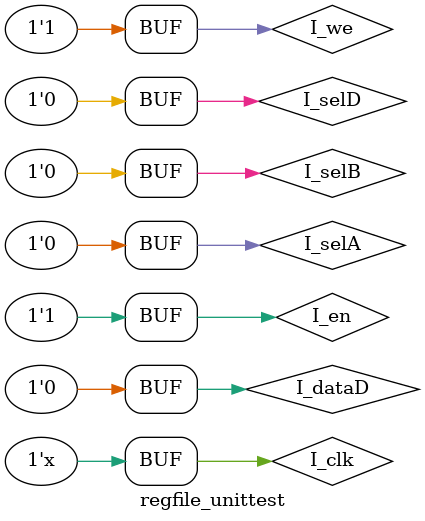
<source format=v>
`timescale 1ns / 1ps

module regfile_unittest();

    reg I_clk;
    reg I_en;
    reg I_we;
    reg I_selA;
    reg I_selB;
    reg I_selD;
    reg I_dataD;
    
    wire O_dataA;
    wire O_dataB;

reg_file reg_test(
    I_clk,
    I_en,
    I_we,
    I_selA,
    I_selB,
    I_selD,
    I_dataD,
     O_dataA,
     O_dataB
);

initial begin
    
    I_clk = 1'd0;
    I_dataD = 0;
    I_en = 0;
    I_selA = 0;
    I_selB = 0;
    I_selD = 0;
    I_we = 0;
    
    #7;
    I_en = 1'b1;
    I_selA = 3'b000;
    I_selB = 3'b001;
    I_selD = 3'b000;
    I_dataD = 16'hffff;
    I_we = 1'b1;
    
    #10;
    I_we = 1'b0;
    I_selD = 3'b010;
    I_dataD = 16'h2222;
    
    #10
    I_we = 1;
    
    #10
    I_dataD = 16'h3333;
    
    #10
    I_we = 0;
    I_selD = 3'b000;
    I_dataD = 16'hFEED;
    
    #10
    I_selD = 3'b000;
    I_dataD = 16'h4444;
    
    #10
    I_we = 1;

    #50
    I_selA = 3'b100;
    I_selB = 3'b100;
    
end

always begin
    #5 I_clk = ~I_clk;
end 

endmodule

</source>
